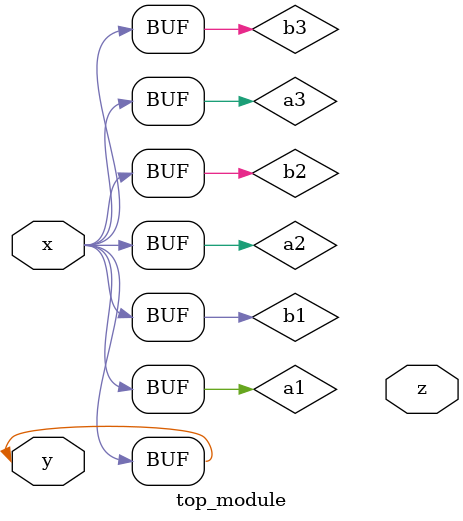
<source format=sv>
module top_module(
    input x,
    input y,
    output z
);

wire a1, b1, a2, b2, a3, b3;

// First gate
assign a1 = x;
assign b1 = y;
and(a1, b1, a3);

// Second gate
assign a2 = y;
assign b2 = x;
and(a2, b2, b3);

// Third gate
assign a3 = a1;
assign b3 = b2;
or(a3, b3, z);

endmodule

</source>
